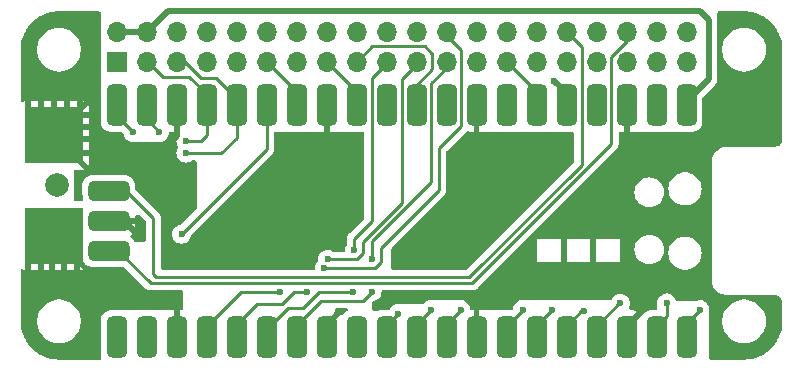
<source format=gbr>
%TF.GenerationSoftware,KiCad,Pcbnew,8.0.2*%
%TF.CreationDate,2024-05-24T16:47:28+07:00*%
%TF.ProjectId,ADC_pHAT,4144435f-7048-4415-942e-6b696361645f,rev?*%
%TF.SameCoordinates,PX5cbead0PY5705d50*%
%TF.FileFunction,Copper,L2,Bot*%
%TF.FilePolarity,Positive*%
%FSLAX46Y46*%
G04 Gerber Fmt 4.6, Leading zero omitted, Abs format (unit mm)*
G04 Created by KiCad (PCBNEW 8.0.2) date 2024-05-24 16:47:28*
%MOMM*%
%LPD*%
G01*
G04 APERTURE LIST*
G04 Aperture macros list*
%AMRoundRect*
0 Rectangle with rounded corners*
0 $1 Rounding radius*
0 $2 $3 $4 $5 $6 $7 $8 $9 X,Y pos of 4 corners*
0 Add a 4 corners polygon primitive as box body*
4,1,4,$2,$3,$4,$5,$6,$7,$8,$9,$2,$3,0*
0 Add four circle primitives for the rounded corners*
1,1,$1+$1,$2,$3*
1,1,$1+$1,$4,$5*
1,1,$1+$1,$6,$7*
1,1,$1+$1,$8,$9*
0 Add four rect primitives between the rounded corners*
20,1,$1+$1,$2,$3,$4,$5,0*
20,1,$1+$1,$4,$5,$6,$7,0*
20,1,$1+$1,$6,$7,$8,$9,0*
20,1,$1+$1,$8,$9,$2,$3,0*%
G04 Aperture macros list end*
%TA.AperFunction,ComponentPad*%
%ADD10C,2.000000*%
%TD*%
%TA.AperFunction,SMDPad,CuDef*%
%ADD11R,4.900000X4.800000*%
%TD*%
%TA.AperFunction,ComponentPad*%
%ADD12R,1.700000X1.700000*%
%TD*%
%TA.AperFunction,ComponentPad*%
%ADD13O,1.700000X1.700000*%
%TD*%
%TA.AperFunction,SMDPad,CuDef*%
%ADD14RoundRect,0.425000X0.425000X-1.325000X0.425000X1.325000X-0.425000X1.325000X-0.425000X-1.325000X0*%
%TD*%
%TA.AperFunction,SMDPad,CuDef*%
%ADD15RoundRect,0.425000X-1.325000X-0.425000X1.325000X-0.425000X1.325000X0.425000X-1.325000X0.425000X0*%
%TD*%
%TA.AperFunction,ViaPad*%
%ADD16C,0.600000*%
%TD*%
%TA.AperFunction,Conductor*%
%ADD17C,0.500000*%
%TD*%
%TA.AperFunction,Conductor*%
%ADD18C,0.250000*%
%TD*%
G04 APERTURE END LIST*
D10*
%TO.P,REF\u002A\u002A,1*%
%TO.N,N/C*%
X3300000Y15000000D03*
%TD*%
D11*
%TO.P,J1,2,Ext*%
%TO.N,GNDA*%
X3075000Y19250000D03*
X3075000Y10750000D03*
%TD*%
D12*
%TO.P,J2,1,Pin_1*%
%TO.N,unconnected-(J2-Pin_1-Pad1)*%
X8400000Y25460000D03*
D13*
%TO.P,J2,2,Pin_2*%
%TO.N,+5V*%
X8400000Y28000000D03*
%TO.P,J2,3,Pin_3*%
%TO.N,SDA*%
X10940000Y25460000D03*
%TO.P,J2,4,Pin_4*%
%TO.N,+5V*%
X10940000Y28000000D03*
%TO.P,J2,5,Pin_5*%
%TO.N,SCL*%
X13480000Y25460000D03*
%TO.P,J2,6,Pin_6*%
%TO.N,GNDA*%
X13480000Y28000000D03*
%TO.P,J2,7,Pin_7*%
%TO.N,unconnected-(J2-Pin_7-Pad7)*%
X16020000Y25460000D03*
%TO.P,J2,8,Pin_8*%
%TO.N,TX*%
X16020000Y28000000D03*
%TO.P,J2,9,Pin_9*%
%TO.N,GNDA*%
X18560000Y25460000D03*
%TO.P,J2,10,Pin_10*%
%TO.N,RX*%
X18560000Y28000000D03*
%TO.P,J2,11,Pin_11*%
%TO.N,GPIO21*%
X21100000Y25460000D03*
%TO.P,J2,12,Pin_12*%
%TO.N,unconnected-(J2-Pin_12-Pad12)*%
X21100000Y28000000D03*
%TO.P,J2,13,Pin_13*%
%TO.N,unconnected-(J2-Pin_13-Pad13)*%
X23640000Y25460000D03*
%TO.P,J2,14,Pin_14*%
%TO.N,GNDA*%
X23640000Y28000000D03*
%TO.P,J2,15,Pin_15*%
%TO.N,GPIO22*%
X26180000Y25460000D03*
%TO.P,J2,16,Pin_16*%
%TO.N,unconnected-(J2-Pin_16-Pad16)*%
X26180000Y28000000D03*
%TO.P,J2,17,Pin_17*%
%TO.N,GPIO26_ADC0*%
X28720000Y25460000D03*
%TO.P,J2,18,Pin_18*%
%TO.N,unconnected-(J2-Pin_18-Pad18)*%
X28720000Y28000000D03*
%TO.P,J2,19,Pin_19*%
%TO.N,SPI_MO*%
X31260000Y25460000D03*
%TO.P,J2,20,Pin_20*%
%TO.N,unconnected-(J2-Pin_20-Pad20)*%
X31260000Y28000000D03*
%TO.P,J2,21,Pin_21*%
%TO.N,SPI_MI*%
X33800000Y25460000D03*
%TO.P,J2,22,Pin_22*%
%TO.N,unconnected-(J2-Pin_22-Pad22)*%
X33800000Y28000000D03*
%TO.P,J2,23,Pin_23*%
%TO.N,SPI_CLK*%
X36340000Y25460000D03*
%TO.P,J2,24,Pin_24*%
%TO.N,SPI_CS*%
X36340000Y28000000D03*
%TO.P,J2,25,Pin_25*%
%TO.N,unconnected-(J2-Pin_25-Pad25)*%
X38880000Y25460000D03*
%TO.P,J2,26,Pin_26*%
%TO.N,unconnected-(J2-Pin_26-Pad26)*%
X38880000Y28000000D03*
%TO.P,J2,27,Pin_27*%
%TO.N,ADC_VREF*%
X41420000Y25460000D03*
%TO.P,J2,28,Pin_28*%
%TO.N,unconnected-(J2-Pin_28-Pad28)*%
X41420000Y28000000D03*
%TO.P,J2,29,Pin_29*%
%TO.N,unconnected-(J2-Pin_29-Pad29)*%
X43960000Y25460000D03*
%TO.P,J2,30,Pin_30*%
%TO.N,GNDA*%
X43960000Y28000000D03*
%TO.P,J2,31,Pin_31*%
%TO.N,unconnected-(J2-Pin_31-Pad31)*%
X46500000Y25460000D03*
%TO.P,J2,32,Pin_32*%
%TO.N,GPIO24*%
X46500000Y28000000D03*
%TO.P,J2,33,Pin_33*%
%TO.N,unconnected-(J2-Pin_33-Pad33)*%
X49040000Y25460000D03*
%TO.P,J2,34,Pin_34*%
%TO.N,GNDA*%
X49040000Y28000000D03*
%TO.P,J2,35,Pin_35*%
%TO.N,unconnected-(J2-Pin_35-Pad35)*%
X51580000Y25460000D03*
%TO.P,J2,36,Pin_36*%
%TO.N,GPIO25*%
X51580000Y28000000D03*
%TO.P,J2,37,Pin_37*%
%TO.N,unconnected-(J2-Pin_37-Pad37)*%
X54120000Y25460000D03*
%TO.P,J2,38,Pin_38*%
%TO.N,unconnected-(J2-Pin_38-Pad38)*%
X54120000Y28000000D03*
%TO.P,J2,39,Pin_39*%
%TO.N,GNDA*%
X56660000Y25460000D03*
%TO.P,J2,40,Pin_40*%
%TO.N,unconnected-(J2-Pin_40-Pad40)*%
X56660000Y28000000D03*
%TD*%
D14*
%TO.P,U1,1,GPIO0*%
%TO.N,ADC_CLK*%
X56630000Y2210000D03*
%TO.P,U1,2,GPIO1*%
%TO.N,GPIO0*%
X54090000Y2210000D03*
%TO.P,U1,3,GND*%
%TO.N,GNDA*%
X51550000Y2210000D03*
%TO.P,U1,4,GPIO2*%
%TO.N,GPIO1*%
X49010000Y2210000D03*
%TO.P,U1,5,GPIO3*%
%TO.N,GPIO2*%
X46470000Y2210000D03*
%TO.P,U1,6,GPIO4*%
%TO.N,GPIO3*%
X43930000Y2210000D03*
%TO.P,U1,7,GPIO5*%
%TO.N,GPIO4*%
X41390000Y2210000D03*
%TO.P,U1,8,GND*%
%TO.N,GNDA*%
X38850000Y2210000D03*
%TO.P,U1,9,GPIO6*%
%TO.N,GPIO5*%
X36310000Y2210000D03*
%TO.P,U1,10,GPIO7*%
%TO.N,GPIO6*%
X33770000Y2210000D03*
%TO.P,U1,11,GPIO8*%
%TO.N,GPIO7*%
X31230000Y2210000D03*
%TO.P,U1,12,GPIO9*%
%TO.N,GPIO9*%
X28690000Y2210000D03*
%TO.P,U1,13,GND*%
%TO.N,GNDA*%
X26150000Y2210000D03*
%TO.P,U1,14,GPIO10*%
%TO.N,SPI_CLK*%
X23610000Y2210000D03*
%TO.P,U1,15,GPIO11*%
%TO.N,SPI_MO*%
X21070000Y2210000D03*
%TO.P,U1,16,GPIO12*%
%TO.N,SPI_MI*%
X18530000Y2210000D03*
%TO.P,U1,17,GPIO13*%
%TO.N,SPI_CS*%
X15990000Y2210000D03*
%TO.P,U1,18,GND*%
%TO.N,GNDA*%
X13450000Y2210000D03*
%TO.P,U1,19,GPIO14*%
%TO.N,GPIO14*%
X10910000Y2210000D03*
%TO.P,U1,20,GPIO15*%
%TO.N,GPIO15*%
X8370000Y2210000D03*
%TO.P,U1,21,GPIO16*%
%TO.N,TX*%
X8370000Y21790000D03*
%TO.P,U1,22,GPIO17*%
%TO.N,RX*%
X10910000Y21790000D03*
%TO.P,U1,23,GND*%
%TO.N,GNDA*%
X13450000Y21790000D03*
%TO.P,U1,24,GPIO18*%
%TO.N,SDA*%
X15990000Y21790000D03*
%TO.P,U1,25,GPIO19*%
%TO.N,SCL*%
X18530000Y21790000D03*
%TO.P,U1,26,GPIO20*%
%TO.N,GPIO20*%
X21070000Y21790000D03*
%TO.P,U1,27,GPIO21*%
%TO.N,GPIO21*%
X23610000Y21790000D03*
%TO.P,U1,28,GND*%
%TO.N,GNDA*%
X26150000Y21790000D03*
%TO.P,U1,29,GPIO22*%
%TO.N,GPIO22*%
X28690000Y21790000D03*
%TO.P,U1,30,RUN*%
%TO.N,unconnected-(U1-RUN-Pad30)*%
X31230000Y21790000D03*
%TO.P,U1,31,GPIO26_ADC0*%
%TO.N,GPIO26_ADC0*%
X33770000Y21790000D03*
%TO.P,U1,32,GPIO27_ADC1*%
%TO.N,GPIO27_ADC1*%
X36310000Y21790000D03*
%TO.P,U1,33,AGND*%
%TO.N,GNDA*%
X38850000Y21790000D03*
%TO.P,U1,34,GPIO28_ADC2*%
%TO.N,GPIO28_ADC2*%
X41390000Y21790000D03*
%TO.P,U1,35,ADC_VREF*%
%TO.N,ADC_VREF*%
X43930000Y21790000D03*
%TO.P,U1,36,3V3*%
%TO.N,+3.3V*%
X46470000Y21790000D03*
%TO.P,U1,37,3V3_EN*%
%TO.N,unconnected-(U1-3V3_EN-Pad37)*%
X49010000Y21790000D03*
%TO.P,U1,38,GND*%
%TO.N,GNDA*%
X51550000Y21790000D03*
%TO.P,U1,39,VSYS*%
%TO.N,unconnected-(U1-VSYS-Pad39)*%
X54090000Y21790000D03*
%TO.P,U1,40,VBUS*%
%TO.N,+5V*%
X56630000Y21790000D03*
D15*
%TO.P,U1,41,SWCLK*%
%TO.N,GPIO25*%
X7700000Y9460000D03*
%TO.P,U1,42,GND*%
%TO.N,GNDA*%
X7700000Y12000000D03*
%TO.P,U1,43,SWDIO*%
%TO.N,GPIO24*%
X7700000Y14540000D03*
%TD*%
D16*
%TO.N,GNDA*%
X58250000Y16750000D03*
X56750000Y16750000D03*
X55000000Y16750000D03*
X59250000Y750000D03*
X64000000Y5250000D03*
X59250000Y5250000D03*
X61250000Y18750000D03*
X61250000Y22250000D03*
X59000000Y22250000D03*
X64250000Y21500000D03*
X64250000Y18750000D03*
X64250000Y24000000D03*
X30300000Y4750000D03*
X12500000Y11000000D03*
X5500000Y7500000D03*
X3750000Y7500000D03*
X2250000Y7500000D03*
X750000Y7500000D03*
X5500000Y22750000D03*
X3750000Y22750000D03*
X2250000Y22750000D03*
X750000Y22750000D03*
X24500000Y18000000D03*
X24000000Y19000000D03*
X22750000Y19000000D03*
X24500000Y9000000D03*
X24500000Y10250000D03*
X24500000Y11500000D03*
X38750000Y21975000D03*
X40250000Y7050000D03*
X24150000Y12450000D03*
X14200000Y12650000D03*
X13250000Y13250000D03*
X12500000Y13750000D03*
X14450000Y14950000D03*
%TO.N,SDA*%
X14250000Y18750000D03*
%TO.N,+3.3V*%
X45450000Y23850000D03*
%TO.N,SCL*%
X14250000Y17750000D03*
%TO.N,GNDA*%
X5250000Y16000000D03*
X32000000Y9500000D03*
X12000000Y17250000D03*
X10500000Y17250000D03*
X25750000Y19000000D03*
X43600000Y9175000D03*
X5250000Y14000000D03*
X41050000Y12450000D03*
X57100000Y7100000D03*
X16500000Y10750000D03*
X12250000Y18000000D03*
X18250000Y10750000D03*
X27250000Y4250000D03*
X19750000Y10750000D03*
X36750000Y17225000D03*
X38150000Y11100000D03*
X32000000Y8250000D03*
X53000000Y16500000D03*
X22425000Y8750000D03*
X10250000Y10750000D03*
X13500000Y4750000D03*
X9000000Y17250000D03*
X41150000Y14325000D03*
X7500000Y17250000D03*
X12750000Y16000000D03*
X41050000Y11425000D03*
X43625000Y10375000D03*
%TO.N,SPI_CLK*%
X30000000Y8750000D03*
X30000000Y6000000D03*
%TO.N,TX*%
X9750000Y19500000D03*
%TO.N,ADC_CLK*%
X57750000Y4500000D03*
%TO.N,GPIO2*%
X47950000Y4350000D03*
%TO.N,GPIO7*%
X32200000Y4150000D03*
%TO.N,GPIO5*%
X37500000Y4500000D03*
%TO.N,GPIO3*%
X45250000Y4500000D03*
%TO.N,GPIO1*%
X51025000Y5025000D03*
%TO.N,GPIO6*%
X35000000Y4500000D03*
%TO.N,GPIO0*%
X54950000Y5050000D03*
%TO.N,GPIO4*%
X42750000Y4500000D03*
%TO.N,RX*%
X12000000Y19500000D03*
%TO.N,SPI_CS*%
X22250000Y6000000D03*
X25975000Y8000000D03*
%TO.N,GPIO20*%
X13875000Y10875000D03*
%TO.N,SPI_MO*%
X28425000Y6000000D03*
X28500000Y9500000D03*
%TO.N,SPI_MI*%
X24500000Y6000000D03*
X26250000Y8750000D03*
%TD*%
D17*
%TO.N,GNDA*%
X51578298Y3110000D02*
X53000000Y4531702D01*
X53000000Y4531702D02*
X53000000Y6500000D01*
X51550000Y3110000D02*
X51578298Y3110000D01*
X5050000Y9562500D02*
X5050000Y6137500D01*
X3950000Y9612500D02*
X3950000Y6187500D01*
X2950000Y9562500D02*
X2950000Y6137500D01*
X1950000Y9562500D02*
X1950000Y6137500D01*
X900000Y9562500D02*
X900000Y6137500D01*
X6762500Y17750000D02*
X3337500Y17750000D01*
X6662500Y18900000D02*
X3237500Y18900000D01*
X6662500Y19950000D02*
X3237500Y19950000D01*
X6662500Y20950000D02*
X3237500Y20950000D01*
X2000000Y19687500D02*
X2000000Y23112500D01*
X3100000Y19687500D02*
X3100000Y23112500D01*
X4150000Y19637500D02*
X4150000Y23062500D01*
X5250000Y19187500D02*
X5250000Y22612500D01*
X3075000Y22675000D02*
X3150000Y22750000D01*
X900000Y19250000D02*
X900000Y22675000D01*
D18*
%TO.N,GPIO2*%
X47710000Y4350000D02*
X46470000Y3110000D01*
X47950000Y4350000D02*
X47710000Y4350000D01*
%TO.N,GPIO1*%
X50925000Y5025000D02*
X49010000Y3110000D01*
X51025000Y5025000D02*
X50925000Y5025000D01*
%TO.N,GPIO7*%
X32200000Y4150000D02*
X31230000Y3180000D01*
X31230000Y3180000D02*
X31230000Y3110000D01*
%TO.N,GPIO0*%
X54950000Y3970000D02*
X54090000Y3110000D01*
X54950000Y5050000D02*
X54950000Y3970000D01*
%TO.N,GPIO24*%
X11500000Y12250000D02*
X9210000Y14540000D01*
X9210000Y14540000D02*
X8600000Y14540000D01*
X11500000Y7500000D02*
X11500000Y12250000D01*
X11750000Y7250000D02*
X11500000Y7500000D01*
X38250000Y7250000D02*
X11750000Y7250000D01*
X47750000Y16750000D02*
X38250000Y7250000D01*
X46500000Y28000000D02*
X47750000Y26750000D01*
X47750000Y26750000D02*
X47750000Y16750000D01*
D17*
%TO.N,+3.3V*%
X45450000Y23850000D02*
X46470000Y22830000D01*
X46470000Y22830000D02*
X46470000Y20890000D01*
D18*
%TO.N,SDA*%
X15500000Y18750000D02*
X14250000Y18750000D01*
X12300000Y24200000D02*
X11040000Y25460000D01*
X15990000Y20890000D02*
X15990000Y19240000D01*
X15990000Y20890000D02*
X15990000Y22760000D01*
X15990000Y22760000D02*
X14550000Y24200000D01*
X11040000Y25460000D02*
X10940000Y25460000D01*
X14550000Y24200000D02*
X12300000Y24200000D01*
X15990000Y19240000D02*
X15500000Y18750000D01*
%TO.N,SCL*%
X18530000Y22345000D02*
X16775000Y24100000D01*
X18530000Y20890000D02*
X18530000Y22345000D01*
X18530000Y20890000D02*
X18530000Y19030000D01*
X16775000Y24100000D02*
X15500000Y24100000D01*
X18530000Y19030000D02*
X17250000Y17750000D01*
X14140000Y25460000D02*
X13480000Y25460000D01*
X17250000Y17750000D02*
X14250000Y17750000D01*
X15500000Y24100000D02*
X14140000Y25460000D01*
D17*
%TO.N,+5V*%
X56630000Y22130000D02*
X58500000Y24000000D01*
X58500000Y29000000D02*
X57750000Y29750000D01*
X8400000Y28000000D02*
X10940000Y28000000D01*
X12690000Y29750000D02*
X10940000Y28000000D01*
X58500000Y24000000D02*
X58500000Y29000000D01*
X57750000Y29750000D02*
X12690000Y29750000D01*
X56630000Y20890000D02*
X56630000Y22130000D01*
D18*
%TO.N,ADC_VREF*%
X43930000Y22950000D02*
X41420000Y25460000D01*
X43930000Y20890000D02*
X43930000Y22950000D01*
D17*
%TO.N,GNDA*%
X13450000Y4700000D02*
X13450000Y3110000D01*
X51550000Y16450000D02*
X51550000Y20890000D01*
X13450000Y19200000D02*
X12250000Y18000000D01*
X8600000Y12000000D02*
X9000000Y12000000D01*
X13450000Y20890000D02*
X13450000Y19200000D01*
X26150000Y19400000D02*
X26150000Y20890000D01*
X4325000Y12000000D02*
X3075000Y10750000D01*
X13500000Y4750000D02*
X13450000Y4700000D01*
X26150000Y3150000D02*
X27250000Y4250000D01*
X26150000Y3110000D02*
X26150000Y3150000D01*
X9000000Y12000000D02*
X10250000Y10750000D01*
X25750000Y19000000D02*
X26150000Y19400000D01*
D18*
%TO.N,SPI_CLK*%
X30000000Y8750000D02*
X30000000Y10275000D01*
X35025000Y23650000D02*
X36340000Y24965000D01*
X35025000Y15300000D02*
X35025000Y23650000D01*
X30000000Y10275000D02*
X35025000Y15300000D01*
X23610000Y3160000D02*
X23610000Y3110000D01*
X29250000Y5250000D02*
X25700000Y5250000D01*
X36340000Y24965000D02*
X36340000Y25460000D01*
X25700000Y5250000D02*
X23610000Y3160000D01*
X30000000Y6000000D02*
X29250000Y5250000D01*
%TO.N,TX*%
X8370000Y20880000D02*
X8370000Y20890000D01*
X9750000Y19500000D02*
X8370000Y20880000D01*
%TO.N,GPIO26_ADC0*%
X35075000Y26150000D02*
X34450000Y26775000D01*
X35075000Y24825000D02*
X35075000Y26150000D01*
X33770000Y20890000D02*
X33770000Y23520000D01*
X33770000Y23520000D02*
X35075000Y24825000D01*
X30035000Y26775000D02*
X28720000Y25460000D01*
X34450000Y26775000D02*
X30035000Y26775000D01*
%TO.N,ADC_CLK*%
X57750000Y4500000D02*
X56630000Y3380000D01*
X56630000Y3380000D02*
X56630000Y3110000D01*
%TO.N,GPIO5*%
X37500000Y4500000D02*
X36310000Y3310000D01*
X36310000Y3310000D02*
X36310000Y3110000D01*
%TO.N,GPIO3*%
X43930000Y3180000D02*
X43930000Y3110000D01*
X45250000Y4500000D02*
X43930000Y3180000D01*
%TO.N,GPIO6*%
X35000000Y4500000D02*
X33770000Y3270000D01*
X33770000Y3270000D02*
X33770000Y3110000D01*
%TO.N,GPIO4*%
X42750000Y4470000D02*
X41390000Y3110000D01*
X42750000Y4500000D02*
X42750000Y4470000D01*
%TO.N,GPIO25*%
X51580000Y28000000D02*
X51580000Y27230000D01*
X38500000Y6750000D02*
X11250000Y6750000D01*
X51580000Y27230000D02*
X50250000Y25900000D01*
X50250000Y18500000D02*
X38500000Y6750000D01*
X8600000Y9400000D02*
X8600000Y9460000D01*
X11250000Y6750000D02*
X8600000Y9400000D01*
X50250000Y25900000D02*
X50250000Y18500000D01*
%TO.N,RX*%
X10910000Y20590000D02*
X10910000Y20890000D01*
X12000000Y19500000D02*
X10910000Y20590000D01*
%TO.N,SPI_CS*%
X35650000Y14600000D02*
X35650000Y18150000D01*
X22250000Y6000000D02*
X18880000Y6000000D01*
X18880000Y6000000D02*
X15990000Y3110000D01*
X37550000Y26450000D02*
X36340000Y27660000D01*
X37550000Y20050000D02*
X37550000Y26450000D01*
X35650000Y18150000D02*
X37550000Y20050000D01*
X30750000Y9700000D02*
X35650000Y14600000D01*
X36340000Y27660000D02*
X36340000Y28000000D01*
X30250000Y8000000D02*
X30750000Y8500000D01*
X25975000Y8000000D02*
X30250000Y8000000D01*
X30750000Y8500000D02*
X30750000Y9700000D01*
%TO.N,GPIO20*%
X13875000Y10875000D02*
X21070000Y18070000D01*
X21070000Y18070000D02*
X21070000Y20890000D01*
%TO.N,GPIO21*%
X23610000Y20890000D02*
X23610000Y22950000D01*
X23610000Y22950000D02*
X21100000Y25460000D01*
%TO.N,SPI_MO*%
X31260000Y25410000D02*
X31260000Y25460000D01*
X24125000Y4625000D02*
X22875000Y4625000D01*
X22875000Y4625000D02*
X21360000Y3110000D01*
X21360000Y3110000D02*
X21070000Y3110000D01*
X28500000Y9500000D02*
X28500000Y10500000D01*
X28425000Y6000000D02*
X25500000Y6000000D01*
X25500000Y6000000D02*
X24125000Y4625000D01*
X28500000Y10500000D02*
X29975000Y11975000D01*
X29975000Y24125000D02*
X31260000Y25410000D01*
X29975000Y11975000D02*
X29975000Y24125000D01*
%TO.N,SPI_MI*%
X26250000Y8750000D02*
X28750000Y8750000D01*
X24500000Y6000000D02*
X23375000Y6000000D01*
X33800000Y25325000D02*
X33800000Y25460000D01*
X29250000Y9250000D02*
X29250000Y10250000D01*
X32500000Y13500000D02*
X32500000Y24025000D01*
X20250000Y5000000D02*
X18530000Y3280000D01*
X29250000Y10250000D02*
X32500000Y13500000D01*
X32500000Y24025000D02*
X33800000Y25325000D01*
X22375000Y5000000D02*
X20250000Y5000000D01*
X18530000Y3280000D02*
X18530000Y3110000D01*
X23375000Y6000000D02*
X22375000Y5000000D01*
X28750000Y8750000D02*
X29250000Y9250000D01*
%TO.N,GPIO22*%
X28690000Y22950000D02*
X26180000Y25460000D01*
X28690000Y20890000D02*
X28690000Y22950000D01*
%TD*%
%TA.AperFunction,Conductor*%
%TO.N,GNDA*%
G36*
X3118334Y11044373D02*
G01*
X3162681Y11015872D01*
X5522618Y8655935D01*
X5545421Y8624550D01*
X5577493Y8561607D01*
X5594535Y8528160D01*
X5716968Y8376968D01*
X5826494Y8288275D01*
X5868162Y8254533D01*
X5964546Y8205424D01*
X5995933Y8182620D01*
X6006638Y8171915D01*
X6032106Y8170093D01*
X6037025Y8167931D01*
X6041497Y8166214D01*
X6041503Y8166213D01*
X6041504Y8166212D01*
X6229422Y8115859D01*
X6310222Y8109500D01*
X8954548Y8109500D01*
X9021587Y8089815D01*
X9042229Y8073181D01*
X10761016Y6354394D01*
X10761045Y6354363D01*
X10851263Y6264145D01*
X10851271Y6264139D01*
X10916901Y6220286D01*
X10916902Y6220286D01*
X10953715Y6195688D01*
X11020396Y6168069D01*
X11020398Y6168067D01*
X11060640Y6151399D01*
X11067548Y6148537D01*
X11100931Y6141897D01*
X11188391Y6124501D01*
X11188392Y6124500D01*
X11188393Y6124500D01*
X11188394Y6124500D01*
X13876000Y6124500D01*
X13943039Y6104815D01*
X13988794Y6052011D01*
X14000000Y6000500D01*
X14000000Y4584000D01*
X13980315Y4516961D01*
X13927511Y4471206D01*
X13876000Y4460000D01*
X13700000Y4460000D01*
X13700000Y2084000D01*
X13680315Y2016961D01*
X13627511Y1971206D01*
X13576000Y1960000D01*
X13324000Y1960000D01*
X13256961Y1979685D01*
X13211206Y2032489D01*
X13200000Y2084000D01*
X13200000Y4460000D01*
X12960256Y4460000D01*
X12879498Y4453644D01*
X12873902Y4452682D01*
X12873814Y4453192D01*
X12849577Y4450000D01*
X11512358Y4450000D01*
X11486221Y4453441D01*
X11486177Y4453179D01*
X11480580Y4454141D01*
X11399783Y4460500D01*
X11399778Y4460500D01*
X10420222Y4460500D01*
X10420216Y4460500D01*
X10339419Y4454141D01*
X10333823Y4453179D01*
X10333778Y4453441D01*
X10307642Y4450000D01*
X8972358Y4450000D01*
X8946221Y4453441D01*
X8946177Y4453179D01*
X8940580Y4454141D01*
X8859783Y4460500D01*
X8859778Y4460500D01*
X7880222Y4460500D01*
X7880216Y4460500D01*
X7799425Y4454142D01*
X7611504Y4403788D01*
X7438161Y4315466D01*
X7286968Y4193032D01*
X7164534Y4041839D01*
X7076212Y3868496D01*
X7025858Y3680575D01*
X7019500Y3599784D01*
X7019500Y820217D01*
X7025858Y739424D01*
X7045775Y665096D01*
X7050000Y633002D01*
X7050000Y374500D01*
X7030315Y307461D01*
X6977511Y261706D01*
X6926000Y250500D01*
X3554173Y250500D01*
X3554161Y250501D01*
X3544171Y250501D01*
X3503247Y250501D01*
X3496757Y250671D01*
X3166822Y267963D01*
X3153914Y269320D01*
X2830816Y320493D01*
X2818120Y323191D01*
X2502125Y407862D01*
X2489782Y411873D01*
X2184378Y529106D01*
X2172520Y534385D01*
X1978973Y633002D01*
X1881030Y682907D01*
X1869803Y689389D01*
X1595439Y867563D01*
X1584951Y875183D01*
X1330706Y1081066D01*
X1321062Y1089750D01*
X1089750Y1321062D01*
X1081065Y1330707D01*
X875187Y1584945D01*
X867565Y1595435D01*
X689379Y1869817D01*
X682909Y1881023D01*
X534379Y2172530D01*
X529105Y2184378D01*
X509684Y2234971D01*
X411872Y2489783D01*
X407861Y2502125D01*
X360254Y2679795D01*
X323188Y2818126D01*
X320492Y2830816D01*
X308917Y2903896D01*
X269319Y3153915D01*
X267962Y3166822D01*
X250671Y3496757D01*
X250501Y3503247D01*
X250501Y3554159D01*
X250500Y3554173D01*
X250500Y3621289D01*
X1649500Y3621289D01*
X1649500Y3378712D01*
X1681161Y3138215D01*
X1743947Y2903896D01*
X1779477Y2818120D01*
X1836776Y2679788D01*
X1958064Y2469711D01*
X1958066Y2469708D01*
X1958067Y2469707D01*
X2105733Y2277264D01*
X2105739Y2277257D01*
X2277256Y2105740D01*
X2277263Y2105734D01*
X2372718Y2032489D01*
X2469711Y1958064D01*
X2679788Y1836776D01*
X2903900Y1743946D01*
X3138211Y1681162D01*
X3318586Y1657416D01*
X3378711Y1649500D01*
X3378712Y1649500D01*
X3621289Y1649500D01*
X3669388Y1655833D01*
X3861789Y1681162D01*
X4096100Y1743946D01*
X4320212Y1836776D01*
X4530289Y1958064D01*
X4722738Y2105735D01*
X4894265Y2277262D01*
X5041936Y2469711D01*
X5163224Y2679788D01*
X5256054Y2903900D01*
X5318838Y3138211D01*
X5350500Y3378712D01*
X5350500Y3621288D01*
X5350142Y3624004D01*
X5330368Y3774210D01*
X5318838Y3861789D01*
X5256054Y4096100D01*
X5163224Y4320212D01*
X5041936Y4530289D01*
X4940604Y4662348D01*
X4894266Y4722737D01*
X4894260Y4722744D01*
X4722743Y4894261D01*
X4722736Y4894267D01*
X4530293Y5041933D01*
X4530292Y5041934D01*
X4530289Y5041936D01*
X4333478Y5155565D01*
X4320214Y5163223D01*
X4320205Y5163227D01*
X4096104Y5256053D01*
X3861785Y5318839D01*
X3621289Y5350500D01*
X3621288Y5350500D01*
X3378712Y5350500D01*
X3378711Y5350500D01*
X3138214Y5318839D01*
X2903895Y5256053D01*
X2679794Y5163227D01*
X2679785Y5163223D01*
X2528346Y5075789D01*
X2483684Y5050003D01*
X2469706Y5041933D01*
X2277263Y4894267D01*
X2277256Y4894261D01*
X2105739Y4722744D01*
X2105733Y4722737D01*
X1958067Y4530294D01*
X1958064Y4530290D01*
X1958064Y4530289D01*
X1951274Y4518528D01*
X1836777Y4320215D01*
X1836773Y4320206D01*
X1743947Y4096105D01*
X1681161Y3861786D01*
X1649500Y3621289D01*
X250500Y3621289D01*
X250500Y7777440D01*
X270185Y7844479D01*
X322989Y7890234D01*
X392147Y7900178D01*
X417834Y7893622D01*
X517623Y7856403D01*
X517627Y7856402D01*
X577155Y7850001D01*
X577172Y7850000D01*
X5572819Y7850000D01*
X5572819Y7850001D01*
X5616727Y7854721D01*
X2809128Y10662320D01*
X2775643Y10723643D01*
X2780627Y10793335D01*
X2809128Y10837682D01*
X2987319Y11015872D01*
X3048642Y11049357D01*
X3118334Y11044373D01*
G37*
%TD.AperFunction*%
%TA.AperFunction,Conductor*%
G36*
X61445839Y29749499D02*
G01*
X61455829Y29749499D01*
X61496753Y29749499D01*
X61503242Y29749330D01*
X61833177Y29732038D01*
X61846085Y29730681D01*
X62169190Y29679507D01*
X62181873Y29676812D01*
X62497880Y29592138D01*
X62510218Y29588128D01*
X62815626Y29470893D01*
X62827469Y29465621D01*
X63118976Y29317091D01*
X63130190Y29310616D01*
X63404564Y29132435D01*
X63415045Y29124820D01*
X63604404Y28971481D01*
X63669292Y28918936D01*
X63678937Y28910251D01*
X63910249Y28678939D01*
X63918934Y28669294D01*
X64124812Y28415056D01*
X64132437Y28404562D01*
X64310616Y28130190D01*
X64317093Y28118971D01*
X64377712Y28000001D01*
X64465615Y27827481D01*
X64470894Y27815623D01*
X64588127Y27510219D01*
X64592138Y27497876D01*
X64676809Y27181881D01*
X64679507Y27169185D01*
X64730680Y26846087D01*
X64732037Y26833179D01*
X64749329Y26503244D01*
X64749499Y26496754D01*
X64749499Y26441397D01*
X64749500Y26441388D01*
X64749500Y19006093D01*
X64748903Y18993939D01*
X64736296Y18865936D01*
X64731554Y18842094D01*
X64695993Y18724866D01*
X64686690Y18702408D01*
X64628942Y18594370D01*
X64615438Y18574160D01*
X64537725Y18479465D01*
X64520535Y18462275D01*
X64425840Y18384562D01*
X64405630Y18371058D01*
X64297592Y18313310D01*
X64275134Y18304007D01*
X64157906Y18268446D01*
X64134064Y18263704D01*
X64006062Y18251097D01*
X63993908Y18250500D01*
X59901578Y18250500D01*
X59707173Y18219710D01*
X59519970Y18158883D01*
X59344594Y18069524D01*
X59260457Y18008394D01*
X59185354Y17953828D01*
X59185352Y17953826D01*
X59185351Y17953826D01*
X59046174Y17814649D01*
X59046174Y17814648D01*
X59046172Y17814646D01*
X58998840Y17749500D01*
X58930476Y17655406D01*
X58841117Y17480030D01*
X58780290Y17292827D01*
X58749500Y17098423D01*
X58749500Y6901578D01*
X58780290Y6707174D01*
X58841117Y6519971D01*
X58914060Y6376814D01*
X58930476Y6344595D01*
X59046172Y6185354D01*
X59185354Y6046172D01*
X59344595Y5930476D01*
X59427455Y5888257D01*
X59519970Y5841118D01*
X59519972Y5841118D01*
X59519975Y5841116D01*
X59601441Y5814646D01*
X59707173Y5780291D01*
X59901578Y5749500D01*
X59901583Y5749500D01*
X59950172Y5749500D01*
X63955830Y5749500D01*
X63993908Y5749500D01*
X64006061Y5748903D01*
X64016635Y5747862D01*
X64134069Y5736296D01*
X64157897Y5731557D01*
X64275140Y5695992D01*
X64297589Y5686692D01*
X64310454Y5679816D01*
X64405630Y5628943D01*
X64425839Y5615440D01*
X64502822Y5552262D01*
X64520535Y5537726D01*
X64537725Y5520536D01*
X64615438Y5425841D01*
X64628942Y5405631D01*
X64686690Y5297593D01*
X64695992Y5275136D01*
X64729706Y5163997D01*
X64731554Y5157907D01*
X64736296Y5134065D01*
X64748903Y5006062D01*
X64749500Y4993908D01*
X64749500Y3554174D01*
X64749499Y3554166D01*
X64749499Y3503248D01*
X64749329Y3496758D01*
X64732037Y3166823D01*
X64730680Y3153915D01*
X64679507Y2830817D01*
X64676809Y2818121D01*
X64592138Y2502126D01*
X64588127Y2489783D01*
X64470894Y2184379D01*
X64465615Y2172521D01*
X64317097Y1881037D01*
X64310607Y1869797D01*
X64132441Y1595446D01*
X64124812Y1584945D01*
X63918935Y1330708D01*
X63910250Y1321063D01*
X63678938Y1089751D01*
X63669293Y1081066D01*
X63415055Y875188D01*
X63404555Y867559D01*
X63130197Y689389D01*
X63118964Y682903D01*
X62827480Y534385D01*
X62815622Y529106D01*
X62510218Y411873D01*
X62497875Y407862D01*
X62181880Y323191D01*
X62169184Y320493D01*
X61846086Y269320D01*
X61833178Y267963D01*
X61503244Y250671D01*
X61496754Y250501D01*
X61445840Y250501D01*
X61445828Y250500D01*
X58674000Y250500D01*
X58606961Y270185D01*
X58561206Y322989D01*
X58550000Y374500D01*
X58550000Y3621289D01*
X59649500Y3621289D01*
X59649500Y3378712D01*
X59681161Y3138215D01*
X59743947Y2903896D01*
X59779477Y2818120D01*
X59836776Y2679788D01*
X59958064Y2469711D01*
X59958066Y2469708D01*
X59958067Y2469707D01*
X60105733Y2277264D01*
X60105739Y2277257D01*
X60277256Y2105740D01*
X60277263Y2105734D01*
X60372718Y2032489D01*
X60469711Y1958064D01*
X60679788Y1836776D01*
X60903900Y1743946D01*
X61138211Y1681162D01*
X61318586Y1657416D01*
X61378711Y1649500D01*
X61378712Y1649500D01*
X61621289Y1649500D01*
X61669388Y1655833D01*
X61861789Y1681162D01*
X62096100Y1743946D01*
X62320212Y1836776D01*
X62530289Y1958064D01*
X62722738Y2105735D01*
X62894265Y2277262D01*
X63041936Y2469711D01*
X63163224Y2679788D01*
X63256054Y2903900D01*
X63318838Y3138211D01*
X63350500Y3378712D01*
X63350500Y3621288D01*
X63350142Y3624004D01*
X63330368Y3774210D01*
X63318838Y3861789D01*
X63256054Y4096100D01*
X63163224Y4320212D01*
X63041936Y4530289D01*
X62940604Y4662348D01*
X62894266Y4722737D01*
X62894260Y4722744D01*
X62722743Y4894261D01*
X62722736Y4894267D01*
X62530293Y5041933D01*
X62530292Y5041934D01*
X62530289Y5041936D01*
X62333478Y5155565D01*
X62320214Y5163223D01*
X62320205Y5163227D01*
X62096104Y5256053D01*
X61861785Y5318839D01*
X61621289Y5350500D01*
X61621288Y5350500D01*
X61378712Y5350500D01*
X61378711Y5350500D01*
X61138214Y5318839D01*
X60903895Y5256053D01*
X60679794Y5163227D01*
X60679785Y5163223D01*
X60528346Y5075789D01*
X60483684Y5050003D01*
X60469706Y5041933D01*
X60277263Y4894267D01*
X60277256Y4894261D01*
X60105739Y4722744D01*
X60105733Y4722737D01*
X59958067Y4530294D01*
X59958064Y4530290D01*
X59958064Y4530289D01*
X59951274Y4518528D01*
X59836777Y4320215D01*
X59836773Y4320206D01*
X59743947Y4096105D01*
X59681161Y3861786D01*
X59649500Y3621289D01*
X58550000Y3621289D01*
X58550000Y4443648D01*
X58550780Y4457532D01*
X58550944Y4458983D01*
X58553276Y4479685D01*
X58555565Y4499998D01*
X58555565Y4500004D01*
X58535369Y4679250D01*
X58535368Y4679255D01*
X58520153Y4722738D01*
X58475789Y4849522D01*
X58474067Y4852262D01*
X58400063Y4970039D01*
X58379816Y5002262D01*
X58252262Y5129816D01*
X58226069Y5146274D01*
X58099523Y5225789D01*
X57929254Y5285369D01*
X57929249Y5285370D01*
X57750004Y5305565D01*
X57749996Y5305565D01*
X57570750Y5285370D01*
X57570745Y5285369D01*
X57489554Y5256958D01*
X57448599Y5250000D01*
X55816092Y5250000D01*
X55749053Y5269685D01*
X55703298Y5322489D01*
X55699050Y5333046D01*
X55675789Y5399522D01*
X55659252Y5425841D01*
X55579816Y5552262D01*
X55452262Y5679816D01*
X55364280Y5735099D01*
X55299523Y5775789D01*
X55129254Y5835369D01*
X55129249Y5835370D01*
X54950004Y5855565D01*
X54949996Y5855565D01*
X54770750Y5835370D01*
X54770745Y5835369D01*
X54600476Y5775789D01*
X54447737Y5679816D01*
X54320184Y5552263D01*
X54224210Y5399522D01*
X54164630Y5229250D01*
X54160936Y5196462D01*
X54150000Y5170438D01*
X54150000Y5106353D01*
X54149220Y5092469D01*
X54144435Y5050002D01*
X54144435Y5049998D01*
X54149220Y5007532D01*
X54150000Y4993648D01*
X54150000Y4584500D01*
X54130315Y4517461D01*
X54077511Y4471706D01*
X54026000Y4460500D01*
X53600216Y4460500D01*
X53519425Y4454142D01*
X53331504Y4403788D01*
X53158161Y4315466D01*
X53006968Y4193032D01*
X52916044Y4080751D01*
X52858556Y4041039D01*
X52788725Y4038712D01*
X52728722Y4074508D01*
X52723313Y4080751D01*
X52632678Y4192674D01*
X52481567Y4315043D01*
X52308315Y4403318D01*
X52120497Y4453645D01*
X52039743Y4460000D01*
X51924000Y4460000D01*
X51856961Y4479685D01*
X51811206Y4532489D01*
X51800000Y4584000D01*
X51800000Y4795047D01*
X51806958Y4836000D01*
X51807164Y4836589D01*
X51810368Y4845745D01*
X51813185Y4870746D01*
X51830565Y5024997D01*
X51830565Y5025004D01*
X51810369Y5204250D01*
X51810368Y5204255D01*
X51781985Y5285369D01*
X51750789Y5374522D01*
X51735080Y5399522D01*
X51654815Y5527263D01*
X51527262Y5654816D01*
X51374523Y5750789D01*
X51204254Y5810369D01*
X51204249Y5810370D01*
X51025004Y5830565D01*
X51024996Y5830565D01*
X50845750Y5810370D01*
X50845745Y5810369D01*
X50675476Y5750789D01*
X50522737Y5654816D01*
X50395184Y5527263D01*
X50299210Y5374522D01*
X50297132Y5370205D01*
X50250313Y5318342D01*
X50185409Y5300000D01*
X45306353Y5300000D01*
X45292469Y5300780D01*
X45250002Y5305565D01*
X45249998Y5305565D01*
X45207531Y5300780D01*
X45193647Y5300000D01*
X42806363Y5300000D01*
X42792479Y5300780D01*
X42750011Y5305565D01*
X42749998Y5305565D01*
X42707531Y5300780D01*
X42693647Y5300000D01*
X42630899Y5300000D01*
X42627422Y5297118D01*
X42592284Y5287796D01*
X42570750Y5285370D01*
X42400478Y5225790D01*
X42247737Y5129816D01*
X42120184Y5002263D01*
X42024210Y4849522D01*
X41964630Y4679250D01*
X41955517Y4598367D01*
X41928450Y4533953D01*
X41919980Y4524571D01*
X41892227Y4496819D01*
X41830907Y4463334D01*
X41804547Y4460500D01*
X40900214Y4460500D01*
X40831639Y4455103D01*
X40826801Y4456120D01*
X40819732Y4454225D01*
X40787637Y4450000D01*
X39450423Y4450000D01*
X39426185Y4453192D01*
X39426098Y4452682D01*
X39420501Y4453644D01*
X39339743Y4460000D01*
X39100000Y4460000D01*
X39100000Y2084000D01*
X39080315Y2016961D01*
X39027511Y1971206D01*
X38976000Y1960000D01*
X38724000Y1960000D01*
X38656961Y1979685D01*
X38611206Y2032489D01*
X38600000Y2084000D01*
X38600000Y4460000D01*
X38420885Y4460000D01*
X38353846Y4479685D01*
X38308091Y4532489D01*
X38297665Y4570117D01*
X38285369Y4679250D01*
X38285368Y4679255D01*
X38270153Y4722738D01*
X38225789Y4849522D01*
X38224067Y4852262D01*
X38150063Y4970039D01*
X38129816Y5002262D01*
X38002262Y5129816D01*
X37976069Y5146274D01*
X37849523Y5225789D01*
X37679254Y5285369D01*
X37679249Y5285370D01*
X37500004Y5305565D01*
X37499998Y5305565D01*
X37457531Y5300780D01*
X37443647Y5300000D01*
X35056353Y5300000D01*
X35042469Y5300780D01*
X35000002Y5305565D01*
X34999996Y5305565D01*
X34820750Y5285370D01*
X34820745Y5285369D01*
X34650476Y5225789D01*
X34497737Y5129816D01*
X34370184Y5002263D01*
X34365841Y4996816D01*
X34363393Y4998769D01*
X34321277Y4961646D01*
X34268813Y4950000D01*
X32256356Y4950000D01*
X32242473Y4950780D01*
X32200003Y4955565D01*
X32199996Y4955565D01*
X32157527Y4950780D01*
X32151552Y4950445D01*
X32148830Y4949801D01*
X32020749Y4935370D01*
X32020745Y4935369D01*
X31850476Y4875789D01*
X31697737Y4779816D01*
X31570184Y4652263D01*
X31567843Y4648537D01*
X31486152Y4518527D01*
X31433819Y4472237D01*
X31381160Y4460500D01*
X30740216Y4460500D01*
X30659423Y4454142D01*
X30473133Y4404225D01*
X30441040Y4400000D01*
X30124000Y4400000D01*
X30056961Y4419685D01*
X30011206Y4472489D01*
X30000000Y4524000D01*
X30000000Y5064049D01*
X30019685Y5131088D01*
X30036317Y5151728D01*
X30044203Y5159614D01*
X30058377Y5173789D01*
X30119697Y5207274D01*
X30132156Y5209326D01*
X30179255Y5214632D01*
X30349522Y5274211D01*
X30502262Y5370184D01*
X30629816Y5497738D01*
X30725789Y5650478D01*
X30785368Y5820745D01*
X30785369Y5820751D01*
X30805565Y5999997D01*
X30805565Y6000500D01*
X30805657Y6000814D01*
X30806345Y6006919D01*
X30807414Y6006799D01*
X30825250Y6067539D01*
X30878054Y6113294D01*
X30929565Y6124500D01*
X38561608Y6124500D01*
X38561608Y6124501D01*
X38649069Y6141897D01*
X38649070Y6141897D01*
X38660298Y6144131D01*
X38682452Y6148537D01*
X38718580Y6163502D01*
X38796286Y6195688D01*
X38847509Y6229916D01*
X38898733Y6264142D01*
X38985858Y6351267D01*
X38985858Y6351269D01*
X38996066Y6361476D01*
X38996067Y6361479D01*
X41134589Y8500000D01*
X44000000Y8500000D01*
X46000000Y8500000D01*
X46500000Y8500000D01*
X48500000Y8500000D01*
X49000000Y8500000D01*
X51000000Y8500000D01*
X51000000Y9575003D01*
X52214723Y9575003D01*
X52214723Y9574998D01*
X52233793Y9357025D01*
X52233793Y9357021D01*
X52290422Y9145678D01*
X52290424Y9145674D01*
X52290425Y9145670D01*
X52311944Y9099522D01*
X52382897Y8947362D01*
X52382898Y8947361D01*
X52508402Y8768123D01*
X52663123Y8613402D01*
X52842361Y8487898D01*
X53040670Y8395425D01*
X53252023Y8338793D01*
X53434926Y8322792D01*
X53469998Y8319723D01*
X53470000Y8319723D01*
X53470002Y8319723D01*
X53498254Y8322195D01*
X53687977Y8338793D01*
X53899330Y8395425D01*
X54097639Y8487898D01*
X54276877Y8613402D01*
X54431598Y8768123D01*
X54557102Y8947361D01*
X54649575Y9145670D01*
X54684231Y9275007D01*
X55094700Y9275007D01*
X55094700Y9274994D01*
X55113864Y9043703D01*
X55113866Y9043692D01*
X55170842Y8818700D01*
X55264075Y8606152D01*
X55391016Y8411853D01*
X55391019Y8411849D01*
X55391021Y8411847D01*
X55548216Y8241087D01*
X55548219Y8241085D01*
X55548222Y8241082D01*
X55731365Y8098536D01*
X55731371Y8098532D01*
X55731374Y8098530D01*
X55778215Y8073181D01*
X55914943Y7999187D01*
X55935497Y7988064D01*
X56049487Y7948932D01*
X56155015Y7912703D01*
X56155017Y7912703D01*
X56155019Y7912702D01*
X56383951Y7874500D01*
X56383952Y7874500D01*
X56616048Y7874500D01*
X56616049Y7874500D01*
X56844981Y7912702D01*
X57064503Y7988064D01*
X57268626Y8098530D01*
X57282721Y8109500D01*
X57357793Y8167931D01*
X57451784Y8241087D01*
X57608979Y8411847D01*
X57735924Y8606151D01*
X57829157Y8818700D01*
X57886134Y9043695D01*
X57894584Y9145670D01*
X57905300Y9274994D01*
X57905300Y9275007D01*
X57886135Y9506298D01*
X57886133Y9506309D01*
X57829157Y9731301D01*
X57735924Y9943849D01*
X57608983Y10138148D01*
X57608980Y10138151D01*
X57608979Y10138153D01*
X57451784Y10308913D01*
X57451779Y10308917D01*
X57451777Y10308919D01*
X57268634Y10451465D01*
X57268628Y10451469D01*
X57064504Y10561936D01*
X57064495Y10561939D01*
X56844984Y10637298D01*
X56673282Y10665950D01*
X56616049Y10675500D01*
X56383951Y10675500D01*
X56338164Y10667860D01*
X56155015Y10637298D01*
X55935504Y10561939D01*
X55935495Y10561936D01*
X55731371Y10451469D01*
X55731365Y10451465D01*
X55548222Y10308919D01*
X55548219Y10308916D01*
X55391016Y10138148D01*
X55264075Y9943849D01*
X55170842Y9731301D01*
X55113866Y9506309D01*
X55113864Y9506298D01*
X55094700Y9275007D01*
X54684231Y9275007D01*
X54706207Y9357023D01*
X54725277Y9575000D01*
X54706207Y9792977D01*
X54649575Y10004330D01*
X54557102Y10202638D01*
X54557100Y10202641D01*
X54557099Y10202643D01*
X54431599Y10381876D01*
X54362005Y10451470D01*
X54276877Y10536598D01*
X54097639Y10662102D01*
X54097640Y10662102D01*
X54097638Y10662103D01*
X53965664Y10723643D01*
X53899330Y10754575D01*
X53899326Y10754576D01*
X53899322Y10754578D01*
X53687977Y10811207D01*
X53470002Y10830277D01*
X53469998Y10830277D01*
X53367138Y10821278D01*
X53252023Y10811207D01*
X53252020Y10811207D01*
X53040677Y10754578D01*
X53040668Y10754574D01*
X52842361Y10662102D01*
X52842357Y10662100D01*
X52663121Y10536598D01*
X52508402Y10381879D01*
X52382900Y10202643D01*
X52382898Y10202639D01*
X52290426Y10004332D01*
X52290422Y10004323D01*
X52233793Y9792980D01*
X52233793Y9792976D01*
X52214723Y9575003D01*
X51000000Y9575003D01*
X51000000Y10500000D01*
X49000000Y10500000D01*
X49000000Y8500000D01*
X48500000Y8500000D01*
X48500000Y10500000D01*
X46500000Y10500000D01*
X46500000Y8500000D01*
X46000000Y8500000D01*
X46000000Y10500000D01*
X44000000Y10500000D01*
X44000000Y8500000D01*
X41134589Y8500000D01*
X47059590Y14425000D01*
X52214723Y14425000D01*
X52232407Y14222861D01*
X52233793Y14207025D01*
X52233793Y14207021D01*
X52290422Y13995678D01*
X52290424Y13995674D01*
X52290425Y13995670D01*
X52302664Y13969424D01*
X52382897Y13797362D01*
X52407998Y13761514D01*
X52508402Y13618123D01*
X52663123Y13463402D01*
X52842361Y13337898D01*
X53040670Y13245425D01*
X53252023Y13188793D01*
X53434926Y13172792D01*
X53469998Y13169723D01*
X53470000Y13169723D01*
X53470002Y13169723D01*
X53498254Y13172195D01*
X53687977Y13188793D01*
X53899330Y13245425D01*
X54097639Y13337898D01*
X54276877Y13463402D01*
X54431598Y13618123D01*
X54557102Y13797361D01*
X54649575Y13995670D01*
X54706207Y14207023D01*
X54725277Y14425000D01*
X54721927Y14463286D01*
X54717828Y14510142D01*
X54706207Y14642977D01*
X54684227Y14725007D01*
X55094700Y14725007D01*
X55094700Y14724994D01*
X55113864Y14493703D01*
X55113866Y14493692D01*
X55170842Y14268700D01*
X55264075Y14056152D01*
X55391016Y13861853D01*
X55391019Y13861849D01*
X55391021Y13861847D01*
X55548216Y13691087D01*
X55548219Y13691085D01*
X55548222Y13691082D01*
X55731365Y13548536D01*
X55731371Y13548532D01*
X55731374Y13548530D01*
X55935497Y13438064D01*
X56049487Y13398932D01*
X56155015Y13362703D01*
X56155017Y13362703D01*
X56155019Y13362702D01*
X56383951Y13324500D01*
X56383952Y13324500D01*
X56616048Y13324500D01*
X56616049Y13324500D01*
X56844981Y13362702D01*
X57064503Y13438064D01*
X57268626Y13548530D01*
X57451784Y13691087D01*
X57608979Y13861847D01*
X57735924Y14056151D01*
X57829157Y14268700D01*
X57886134Y14493695D01*
X57889838Y14538393D01*
X57905300Y14724994D01*
X57905300Y14725007D01*
X57886135Y14956298D01*
X57886133Y14956309D01*
X57829157Y15181301D01*
X57735924Y15393849D01*
X57608983Y15588148D01*
X57608980Y15588151D01*
X57608979Y15588153D01*
X57451784Y15758913D01*
X57451779Y15758917D01*
X57451777Y15758919D01*
X57268634Y15901465D01*
X57268628Y15901469D01*
X57064504Y16011936D01*
X57064495Y16011939D01*
X56844984Y16087298D01*
X56673282Y16115950D01*
X56616049Y16125500D01*
X56383951Y16125500D01*
X56338164Y16117860D01*
X56155015Y16087298D01*
X55935504Y16011939D01*
X55935495Y16011936D01*
X55731371Y15901469D01*
X55731365Y15901465D01*
X55548222Y15758919D01*
X55548219Y15758916D01*
X55391016Y15588148D01*
X55264075Y15393849D01*
X55170842Y15181301D01*
X55113866Y14956309D01*
X55113864Y14956298D01*
X55094700Y14725007D01*
X54684227Y14725007D01*
X54649575Y14854330D01*
X54557102Y15052638D01*
X54557100Y15052641D01*
X54557099Y15052643D01*
X54431599Y15231876D01*
X54364979Y15298496D01*
X54276877Y15386598D01*
X54097639Y15512102D01*
X54097640Y15512102D01*
X54097638Y15512103D01*
X53996873Y15559090D01*
X53899330Y15604575D01*
X53899326Y15604576D01*
X53899322Y15604578D01*
X53687977Y15661207D01*
X53470002Y15680277D01*
X53469998Y15680277D01*
X53324682Y15667564D01*
X53252023Y15661207D01*
X53252020Y15661207D01*
X53040677Y15604578D01*
X53040668Y15604574D01*
X52842361Y15512102D01*
X52842357Y15512100D01*
X52663121Y15386598D01*
X52508402Y15231879D01*
X52382900Y15052643D01*
X52382898Y15052639D01*
X52290426Y14854332D01*
X52290422Y14854323D01*
X52233793Y14642980D01*
X52233793Y14642976D01*
X52218073Y14463286D01*
X52214723Y14425000D01*
X47059590Y14425000D01*
X50735857Y18101266D01*
X50756131Y18131607D01*
X50759546Y18136717D01*
X50804310Y18203713D01*
X50804311Y18203714D01*
X50851463Y18317548D01*
X50863975Y18380454D01*
X50868758Y18404497D01*
X50868758Y18404500D01*
X50875500Y18438393D01*
X50875500Y18561606D01*
X50875500Y19420399D01*
X50895185Y19487438D01*
X50947989Y19533193D01*
X51009230Y19544017D01*
X51060259Y19540001D01*
X51060270Y19540000D01*
X51300000Y19540000D01*
X51300000Y21916000D01*
X51319685Y21983039D01*
X51372489Y22028794D01*
X51424000Y22040000D01*
X51676000Y22040000D01*
X51743039Y22020315D01*
X51788794Y21967511D01*
X51800000Y21916000D01*
X51800000Y19540000D01*
X52039730Y19540000D01*
X52039743Y19540001D01*
X52120501Y19546357D01*
X52126098Y19547318D01*
X52126185Y19546809D01*
X52150423Y19550000D01*
X53487642Y19550000D01*
X53513778Y19546560D01*
X53513823Y19546821D01*
X53519416Y19545861D01*
X53519422Y19545859D01*
X53600222Y19539500D01*
X53600230Y19539500D01*
X54579770Y19539500D01*
X54579778Y19539500D01*
X54660578Y19545859D01*
X54660584Y19545861D01*
X54666177Y19546821D01*
X54666221Y19546560D01*
X54692358Y19550000D01*
X56027642Y19550000D01*
X56053778Y19546560D01*
X56053823Y19546821D01*
X56059416Y19545861D01*
X56059422Y19545859D01*
X56140222Y19539500D01*
X56140230Y19539500D01*
X57119770Y19539500D01*
X57119778Y19539500D01*
X57200578Y19545859D01*
X57388496Y19596212D01*
X57561840Y19684535D01*
X57713032Y19806968D01*
X57835465Y19958160D01*
X57923788Y20131504D01*
X57974141Y20319422D01*
X57980500Y20400222D01*
X57980500Y22367771D01*
X58000185Y22434810D01*
X58016819Y22455452D01*
X59082948Y23521581D01*
X59082951Y23521584D01*
X59165084Y23644505D01*
X59221658Y23781087D01*
X59250500Y23926082D01*
X59250500Y24073917D01*
X59250500Y26621289D01*
X59649500Y26621289D01*
X59649500Y26378712D01*
X59680214Y26145405D01*
X59681162Y26138211D01*
X59692734Y26095023D01*
X59743947Y25903896D01*
X59830306Y25695408D01*
X59836776Y25679788D01*
X59958064Y25469711D01*
X59958066Y25469708D01*
X59958067Y25469707D01*
X60105733Y25277264D01*
X60105739Y25277257D01*
X60277256Y25105740D01*
X60277262Y25105735D01*
X60469711Y24958064D01*
X60679788Y24836776D01*
X60903900Y24743946D01*
X61138211Y24681162D01*
X61318586Y24657416D01*
X61378711Y24649500D01*
X61378712Y24649500D01*
X61621289Y24649500D01*
X61669388Y24655833D01*
X61861789Y24681162D01*
X62096100Y24743946D01*
X62320212Y24836776D01*
X62530289Y24958064D01*
X62722738Y25105735D01*
X62894265Y25277262D01*
X63041936Y25469711D01*
X63163224Y25679788D01*
X63256054Y25903900D01*
X63318838Y26138211D01*
X63350500Y26378712D01*
X63350500Y26621288D01*
X63349600Y26628121D01*
X63333185Y26752807D01*
X63318838Y26861789D01*
X63256054Y27096100D01*
X63163224Y27320212D01*
X63041936Y27530289D01*
X62894265Y27722738D01*
X62894260Y27722744D01*
X62722743Y27894261D01*
X62722736Y27894267D01*
X62530293Y28041933D01*
X62530292Y28041934D01*
X62530289Y28041936D01*
X62320212Y28163224D01*
X62320205Y28163227D01*
X62096104Y28256053D01*
X61978944Y28287446D01*
X61861789Y28318838D01*
X61861788Y28318839D01*
X61861785Y28318839D01*
X61621289Y28350500D01*
X61621288Y28350500D01*
X61378712Y28350500D01*
X61378711Y28350500D01*
X61138214Y28318839D01*
X60903895Y28256053D01*
X60679794Y28163227D01*
X60679785Y28163223D01*
X60469706Y28041933D01*
X60277263Y27894267D01*
X60277256Y27894261D01*
X60105739Y27722744D01*
X60105733Y27722737D01*
X59958067Y27530294D01*
X59836777Y27320215D01*
X59836773Y27320206D01*
X59743947Y27096105D01*
X59681161Y26861786D01*
X59649500Y26621289D01*
X59250500Y26621289D01*
X59250500Y29073918D01*
X59250500Y29074908D01*
X59250000Y29085086D01*
X59250000Y29625500D01*
X59269685Y29692539D01*
X59322489Y29738294D01*
X59374000Y29749500D01*
X61445827Y29749500D01*
X61445839Y29749499D01*
G37*
%TD.AperFunction*%
%TA.AperFunction,Conductor*%
G36*
X27915217Y4604815D02*
G01*
X27960972Y4552011D01*
X27970916Y4482853D01*
X27941891Y4419297D01*
X27904473Y4390015D01*
X27758161Y4315466D01*
X27606968Y4193032D01*
X27516044Y4080751D01*
X27458556Y4041039D01*
X27388725Y4038712D01*
X27328722Y4074508D01*
X27323313Y4080751D01*
X27232678Y4192674D01*
X27081567Y4315043D01*
X26934425Y4390015D01*
X26883629Y4437989D01*
X26866834Y4505810D01*
X26889371Y4571945D01*
X26944086Y4615397D01*
X26990720Y4624500D01*
X27848178Y4624500D01*
X27915217Y4604815D01*
G37*
%TD.AperFunction*%
%TA.AperFunction,Conductor*%
G36*
X6993039Y29729815D02*
G01*
X7038794Y29677011D01*
X7050000Y29625500D01*
X7050000Y28070095D01*
X7049528Y28059287D01*
X7044341Y28000001D01*
X7044341Y28000000D01*
X7049528Y27940714D01*
X7050000Y27929906D01*
X7050000Y26369174D01*
X7049572Y26361202D01*
X7049678Y26361196D01*
X7049500Y26357872D01*
X7049500Y24562137D01*
X7049679Y24558820D01*
X7049572Y24558815D01*
X7050000Y24550844D01*
X7050000Y23366999D01*
X7045775Y23334906D01*
X7025858Y23260577D01*
X7019500Y23179784D01*
X7019500Y20400217D01*
X7025858Y20319426D01*
X7025858Y20319423D01*
X7025859Y20319422D01*
X7076212Y20131504D01*
X7164535Y19958160D01*
X7286968Y19806968D01*
X7438160Y19684535D01*
X7611504Y19596212D01*
X7799422Y19545859D01*
X7880222Y19539500D01*
X8774547Y19539500D01*
X8841586Y19519815D01*
X8862228Y19503181D01*
X8923787Y19441622D01*
X8957272Y19380299D01*
X8959326Y19367826D01*
X8964630Y19320751D01*
X9024210Y19150479D01*
X9091009Y19044170D01*
X9120184Y18997738D01*
X9247738Y18870184D01*
X9400478Y18774211D01*
X9469678Y18749997D01*
X9570745Y18714632D01*
X9570750Y18714631D01*
X9749996Y18694435D01*
X9750000Y18694435D01*
X9750002Y18694435D01*
X9792469Y18699220D01*
X9806353Y18700000D01*
X11943647Y18700000D01*
X11957531Y18699220D01*
X11999998Y18694435D01*
X12000000Y18694435D01*
X12000002Y18694435D01*
X12042469Y18699220D01*
X12056353Y18700000D01*
X12118110Y18700000D01*
X12122709Y18703648D01*
X12155387Y18711943D01*
X12179255Y18714632D01*
X12349522Y18774211D01*
X12502262Y18870184D01*
X12629816Y18997738D01*
X12725789Y19150478D01*
X12785368Y19320745D01*
X12787277Y19337682D01*
X12796185Y19416748D01*
X12797968Y19432576D01*
X12825034Y19496989D01*
X12882629Y19536544D01*
X12930919Y19542310D01*
X12960261Y19540001D01*
X12960270Y19540000D01*
X13200000Y19540000D01*
X13200000Y21916000D01*
X13219685Y21983039D01*
X13272489Y22028794D01*
X13324000Y22040000D01*
X13576000Y22040000D01*
X13643039Y22020315D01*
X13688794Y21967511D01*
X13700000Y21916000D01*
X13700000Y19540000D01*
X13716280Y19523720D01*
X13749765Y19462397D01*
X13744781Y19392705D01*
X13716280Y19348358D01*
X13620184Y19252263D01*
X13524211Y19099524D01*
X13464631Y18929255D01*
X13464630Y18929250D01*
X13444435Y18750004D01*
X13444435Y18749997D01*
X13464630Y18570751D01*
X13464633Y18570738D01*
X13524209Y18400480D01*
X13577309Y18315971D01*
X13596309Y18248734D01*
X13577309Y18184029D01*
X13524209Y18099521D01*
X13464633Y17929263D01*
X13464630Y17929250D01*
X13444435Y17750004D01*
X13444435Y17749997D01*
X13464630Y17570751D01*
X13464631Y17570746D01*
X13524211Y17400477D01*
X13591853Y17292826D01*
X13620184Y17247738D01*
X13747738Y17120184D01*
X13782380Y17098417D01*
X13856234Y17052011D01*
X13900478Y17024211D01*
X14047485Y16972771D01*
X14070745Y16964632D01*
X14070750Y16964631D01*
X14249996Y16944435D01*
X14250000Y16944435D01*
X14250004Y16944435D01*
X14429249Y16964631D01*
X14429252Y16964632D01*
X14429255Y16964632D01*
X14599522Y17024211D01*
X14728883Y17105495D01*
X14794855Y17124500D01*
X15026000Y17124500D01*
X15093039Y17104815D01*
X15138794Y17052011D01*
X15150000Y17000500D01*
X15150000Y13085953D01*
X15130315Y13018914D01*
X15113681Y12998272D01*
X13816621Y11701213D01*
X13755298Y11667728D01*
X13742825Y11665674D01*
X13695750Y11660370D01*
X13525478Y11600790D01*
X13372737Y11504816D01*
X13245184Y11377263D01*
X13149211Y11224524D01*
X13089631Y11054255D01*
X13089630Y11054250D01*
X13069435Y10875004D01*
X13069435Y10874997D01*
X13089630Y10695751D01*
X13089631Y10695746D01*
X13149211Y10525477D01*
X13195713Y10451470D01*
X13245184Y10372738D01*
X13372738Y10245184D01*
X13525478Y10149211D01*
X13695745Y10089632D01*
X13695750Y10089631D01*
X13874996Y10069435D01*
X13875000Y10069435D01*
X13875004Y10069435D01*
X14054249Y10089631D01*
X14054252Y10089632D01*
X14054255Y10089632D01*
X14224522Y10149211D01*
X14377262Y10245184D01*
X14504816Y10372738D01*
X14600789Y10525478D01*
X14660368Y10695745D01*
X14665672Y10742827D01*
X14692737Y10807237D01*
X14701201Y10816613D01*
X21555858Y17671267D01*
X21624312Y17773715D01*
X21671463Y17887549D01*
X21695501Y18008394D01*
X21695501Y18131607D01*
X21695501Y18131608D01*
X21695501Y18136717D01*
X21695500Y18136743D01*
X21695500Y19426000D01*
X21715185Y19493039D01*
X21767989Y19538794D01*
X21819500Y19550000D01*
X23007642Y19550000D01*
X23033778Y19546560D01*
X23033823Y19546821D01*
X23039416Y19545861D01*
X23039422Y19545859D01*
X23120222Y19539500D01*
X23120230Y19539500D01*
X24099770Y19539500D01*
X24099778Y19539500D01*
X24180578Y19545859D01*
X24180584Y19545861D01*
X24186177Y19546821D01*
X24186221Y19546560D01*
X24212358Y19550000D01*
X25549577Y19550000D01*
X25573814Y19546809D01*
X25573902Y19547318D01*
X25579498Y19546357D01*
X25660256Y19540001D01*
X25660270Y19540000D01*
X25900000Y19540000D01*
X25900000Y21916000D01*
X25919685Y21983039D01*
X25972489Y22028794D01*
X26024000Y22040000D01*
X26276000Y22040000D01*
X26343039Y22020315D01*
X26388794Y21967511D01*
X26400000Y21916000D01*
X26400000Y19540000D01*
X26639730Y19540000D01*
X26639743Y19540001D01*
X26720501Y19546357D01*
X26726098Y19547318D01*
X26726185Y19546809D01*
X26750423Y19550000D01*
X28087642Y19550000D01*
X28113778Y19546560D01*
X28113823Y19546821D01*
X28119416Y19545861D01*
X28119422Y19545859D01*
X28200222Y19539500D01*
X28200230Y19539500D01*
X29179770Y19539500D01*
X29179778Y19539500D01*
X29215771Y19542333D01*
X29284148Y19527969D01*
X29333905Y19478918D01*
X29349500Y19418715D01*
X29349500Y12285453D01*
X29329815Y12218414D01*
X29313181Y12197772D01*
X28716199Y11600790D01*
X28101270Y10985861D01*
X28101267Y10985858D01*
X28057704Y10942296D01*
X28014142Y10898734D01*
X27998296Y10875019D01*
X27982557Y10851463D01*
X27945688Y10796286D01*
X27945686Y10796284D01*
X27945686Y10796282D01*
X27945685Y10796281D01*
X27913336Y10718181D01*
X27902722Y10692555D01*
X27902718Y10692545D01*
X27898539Y10682460D01*
X27898535Y10682446D01*
X27874565Y10561935D01*
X27874542Y10561815D01*
X27874500Y10561605D01*
X27874500Y10044855D01*
X27855494Y9978883D01*
X27774211Y9849524D01*
X27714631Y9679255D01*
X27714630Y9679250D01*
X27694435Y9500004D01*
X27694435Y9499500D01*
X27694342Y9499187D01*
X27693655Y9493081D01*
X27692585Y9493202D01*
X27674750Y9432461D01*
X27621946Y9386706D01*
X27570435Y9375500D01*
X26794855Y9375500D01*
X26728883Y9394506D01*
X26599523Y9475789D01*
X26429254Y9535369D01*
X26429249Y9535370D01*
X26250004Y9555565D01*
X26249996Y9555565D01*
X26070750Y9535370D01*
X26070745Y9535369D01*
X25900476Y9475789D01*
X25747737Y9379816D01*
X25620184Y9252263D01*
X25524211Y9099524D01*
X25464631Y8929255D01*
X25464630Y8929250D01*
X25444435Y8750004D01*
X25444435Y8749995D01*
X25452784Y8675889D01*
X25440729Y8607068D01*
X25417246Y8574327D01*
X25345187Y8502267D01*
X25345186Y8502266D01*
X25249211Y8349524D01*
X25189631Y8179255D01*
X25189630Y8179250D01*
X25169435Y8000004D01*
X25169435Y7999500D01*
X25169342Y7999187D01*
X25168655Y7993081D01*
X25167585Y7993202D01*
X25149750Y7932461D01*
X25096946Y7886706D01*
X25045435Y7875500D01*
X12249500Y7875500D01*
X12182461Y7895185D01*
X12136706Y7947989D01*
X12125500Y7999500D01*
X12125500Y12311604D01*
X12125500Y12311606D01*
X12101463Y12432452D01*
X12087652Y12465793D01*
X12054312Y12546286D01*
X12054310Y12546289D01*
X12054309Y12546292D01*
X12018086Y12600501D01*
X12018086Y12600502D01*
X12018083Y12600504D01*
X11985859Y12648732D01*
X11985855Y12648737D01*
X11895637Y12738955D01*
X11895606Y12738984D01*
X9986819Y14647771D01*
X9953334Y14709094D01*
X9950500Y14735452D01*
X9950500Y15029771D01*
X9950500Y15029778D01*
X9944141Y15110578D01*
X9893788Y15298496D01*
X9805465Y15471840D01*
X9683032Y15623032D01*
X9531840Y15745465D01*
X9358496Y15833788D01*
X9170578Y15884141D01*
X9170577Y15884142D01*
X9170574Y15884142D01*
X9089783Y15890500D01*
X9089778Y15890500D01*
X6310222Y15890500D01*
X6310216Y15890500D01*
X6229425Y15884142D01*
X6041504Y15833788D01*
X5868161Y15745466D01*
X5716968Y15623032D01*
X5594534Y15471839D01*
X5506212Y15298496D01*
X5455858Y15110575D01*
X5449500Y15029784D01*
X5449500Y14050217D01*
X5455858Y13969424D01*
X5499623Y13806093D01*
X5497960Y13736244D01*
X5458797Y13678381D01*
X5394569Y13650877D01*
X5379848Y13650000D01*
X4874000Y13650000D01*
X4806961Y13669685D01*
X4761206Y13722489D01*
X4750000Y13774000D01*
X4750000Y14598084D01*
X4753794Y14628525D01*
X4785108Y14752179D01*
X4793572Y14854323D01*
X4805643Y14999995D01*
X4805643Y15000006D01*
X4785109Y15247813D01*
X4785107Y15247825D01*
X4753794Y15371477D01*
X4750000Y15401917D01*
X4750000Y16226000D01*
X4769685Y16293039D01*
X4822489Y16338794D01*
X4874000Y16350000D01*
X5572819Y16350000D01*
X5572819Y16350001D01*
X5616727Y16354721D01*
X2809128Y19162320D01*
X2775643Y19223643D01*
X2777528Y19250001D01*
X3428553Y19250001D01*
X3428553Y19249999D01*
X5996139Y16682413D01*
X6018598Y16742629D01*
X6024999Y16802156D01*
X6025000Y16802173D01*
X6025000Y21697828D01*
X6024999Y21697845D01*
X6018598Y21757377D01*
X5996139Y21817589D01*
X3428553Y19250001D01*
X2777528Y19250001D01*
X2780627Y19293335D01*
X2809128Y19337682D01*
X3075000Y19603553D01*
X5616727Y22145281D01*
X5572829Y22150000D01*
X577155Y22150000D01*
X517627Y22143599D01*
X517619Y22143597D01*
X417833Y22106379D01*
X348141Y22101395D01*
X286818Y22134880D01*
X253334Y22196204D01*
X250500Y22222561D01*
X250500Y26441388D01*
X250501Y26441397D01*
X250501Y26496754D01*
X250671Y26503244D01*
X253112Y26549828D01*
X256857Y26621289D01*
X1649500Y26621289D01*
X1649500Y26378712D01*
X1680214Y26145405D01*
X1681162Y26138211D01*
X1692734Y26095023D01*
X1743947Y25903896D01*
X1830306Y25695408D01*
X1836776Y25679788D01*
X1958064Y25469711D01*
X1958066Y25469708D01*
X1958067Y25469707D01*
X2105733Y25277264D01*
X2105739Y25277257D01*
X2277256Y25105740D01*
X2277262Y25105735D01*
X2469711Y24958064D01*
X2679788Y24836776D01*
X2903900Y24743946D01*
X3138211Y24681162D01*
X3318586Y24657416D01*
X3378711Y24649500D01*
X3378712Y24649500D01*
X3621289Y24649500D01*
X3669388Y24655833D01*
X3861789Y24681162D01*
X4096100Y24743946D01*
X4320212Y24836776D01*
X4530289Y24958064D01*
X4722738Y25105735D01*
X4894265Y25277262D01*
X5041936Y25469711D01*
X5163224Y25679788D01*
X5256054Y25903900D01*
X5318838Y26138211D01*
X5350500Y26378712D01*
X5350500Y26621288D01*
X5349600Y26628121D01*
X5333185Y26752807D01*
X5318838Y26861789D01*
X5256054Y27096100D01*
X5163224Y27320212D01*
X5041936Y27530289D01*
X4894265Y27722738D01*
X4894260Y27722744D01*
X4722743Y27894261D01*
X4722736Y27894267D01*
X4530293Y28041933D01*
X4530292Y28041934D01*
X4530289Y28041936D01*
X4320212Y28163224D01*
X4320205Y28163227D01*
X4096104Y28256053D01*
X3978944Y28287446D01*
X3861789Y28318838D01*
X3861788Y28318839D01*
X3861785Y28318839D01*
X3621289Y28350500D01*
X3621288Y28350500D01*
X3378712Y28350500D01*
X3378711Y28350500D01*
X3138214Y28318839D01*
X2903895Y28256053D01*
X2679794Y28163227D01*
X2679785Y28163223D01*
X2469706Y28041933D01*
X2277263Y27894267D01*
X2277256Y27894261D01*
X2105739Y27722744D01*
X2105733Y27722737D01*
X1958067Y27530294D01*
X1836777Y27320215D01*
X1836773Y27320206D01*
X1743947Y27096105D01*
X1681161Y26861786D01*
X1649500Y26621289D01*
X256857Y26621289D01*
X267962Y26833181D01*
X269319Y26846087D01*
X269738Y26848733D01*
X320494Y27169196D01*
X323187Y27181871D01*
X407864Y27497886D01*
X411872Y27510218D01*
X529110Y27815634D01*
X534376Y27827463D01*
X682913Y28118985D01*
X689379Y28130184D01*
X867565Y28404566D01*
X875179Y28415047D01*
X1081073Y28669302D01*
X1089740Y28678928D01*
X1321072Y28910260D01*
X1330698Y28918927D01*
X1584953Y29124821D01*
X1595434Y29132435D01*
X1869816Y29310621D01*
X1881015Y29317087D01*
X2172537Y29465624D01*
X2184366Y29470890D01*
X2489786Y29588130D01*
X2502114Y29592136D01*
X2818129Y29676813D01*
X2830804Y29679506D01*
X3153915Y29730682D01*
X3166819Y29732038D01*
X3326404Y29740402D01*
X3496777Y29749330D01*
X3503267Y29749500D01*
X3544170Y29749500D01*
X6926000Y29749500D01*
X6993039Y29729815D01*
G37*
%TD.AperFunction*%
%TA.AperFunction,Conductor*%
G36*
X39043039Y22020315D02*
G01*
X39088794Y21967511D01*
X39100000Y21916000D01*
X39100000Y19540000D01*
X39339730Y19540000D01*
X39339743Y19540001D01*
X39420501Y19546357D01*
X39426098Y19547318D01*
X39426185Y19546809D01*
X39450423Y19550000D01*
X40787642Y19550000D01*
X40813778Y19546560D01*
X40813823Y19546821D01*
X40819416Y19545861D01*
X40819422Y19545859D01*
X40900222Y19539500D01*
X40900230Y19539500D01*
X41879770Y19539500D01*
X41879778Y19539500D01*
X41960578Y19545859D01*
X41960584Y19545861D01*
X41966177Y19546821D01*
X41966221Y19546560D01*
X41992358Y19550000D01*
X43327642Y19550000D01*
X43353778Y19546560D01*
X43353823Y19546821D01*
X43359416Y19545861D01*
X43359422Y19545859D01*
X43440222Y19539500D01*
X43440230Y19539500D01*
X44419770Y19539500D01*
X44419778Y19539500D01*
X44500578Y19545859D01*
X44500584Y19545861D01*
X44506177Y19546821D01*
X44506221Y19546560D01*
X44532358Y19550000D01*
X45867642Y19550000D01*
X45893778Y19546560D01*
X45893823Y19546821D01*
X45899416Y19545861D01*
X45899422Y19545859D01*
X45980222Y19539500D01*
X45980230Y19539500D01*
X46959770Y19539500D01*
X46959778Y19539500D01*
X46990771Y19541940D01*
X47059146Y19527577D01*
X47108904Y19478527D01*
X47124500Y19418322D01*
X47124500Y17060452D01*
X47104815Y16993413D01*
X47088181Y16972771D01*
X38027229Y7911819D01*
X37965906Y7878334D01*
X37939548Y7875500D01*
X31774000Y7875500D01*
X31706961Y7895185D01*
X31661206Y7947989D01*
X31650000Y7999500D01*
X31650000Y9664048D01*
X31669685Y9731087D01*
X31686319Y9751729D01*
X33704275Y11769685D01*
X36135857Y14201266D01*
X36145512Y14215716D01*
X36150289Y14222863D01*
X36204307Y14303708D01*
X36204307Y14303709D01*
X36204311Y14303714D01*
X36251463Y14417548D01*
X36254465Y14432643D01*
X36259030Y14455588D01*
X36259030Y14455593D01*
X36275500Y14538393D01*
X36275500Y14661606D01*
X36275500Y17839549D01*
X36295185Y17906588D01*
X36311814Y17927225D01*
X37941662Y19557074D01*
X37941670Y19557080D01*
X37948729Y19564141D01*
X37948733Y19564142D01*
X37954955Y19570365D01*
X38016272Y19603851D01*
X38085964Y19598872D01*
X38087083Y19598449D01*
X38091688Y19596681D01*
X38279502Y19546356D01*
X38360256Y19540001D01*
X38360270Y19540000D01*
X38600000Y19540000D01*
X38600000Y21916000D01*
X38619685Y21983039D01*
X38672489Y22028794D01*
X38724000Y22040000D01*
X38976000Y22040000D01*
X39043039Y22020315D01*
G37*
%TD.AperFunction*%
%TA.AperFunction,Conductor*%
G36*
X10381087Y12480315D02*
G01*
X10401729Y12463681D01*
X10838181Y12027229D01*
X10871666Y11965906D01*
X10874500Y11939548D01*
X10874500Y10374000D01*
X10854815Y10306961D01*
X10802011Y10261206D01*
X10750500Y10250000D01*
X9953724Y10250000D01*
X9886685Y10269685D01*
X9843239Y10317705D01*
X9810540Y10381879D01*
X9805465Y10391840D01*
X9683032Y10543032D01*
X9570747Y10633959D01*
X9531038Y10691443D01*
X9528710Y10761274D01*
X9564505Y10821278D01*
X9570749Y10826688D01*
X9682675Y10917325D01*
X9805042Y11068433D01*
X9893317Y11241685D01*
X9943644Y11429503D01*
X9949999Y11510257D01*
X9950000Y11510270D01*
X9950000Y11750000D01*
X7574000Y11750000D01*
X7506961Y11769685D01*
X7461206Y11822489D01*
X7450000Y11874000D01*
X7450000Y12126000D01*
X7469685Y12193039D01*
X7522489Y12238794D01*
X7574000Y12250000D01*
X9950000Y12250000D01*
X9950000Y12376000D01*
X9969685Y12443039D01*
X10022489Y12488794D01*
X10074000Y12500000D01*
X10314048Y12500000D01*
X10381087Y12480315D01*
G37*
%TD.AperFunction*%
%TD*%
M02*

</source>
